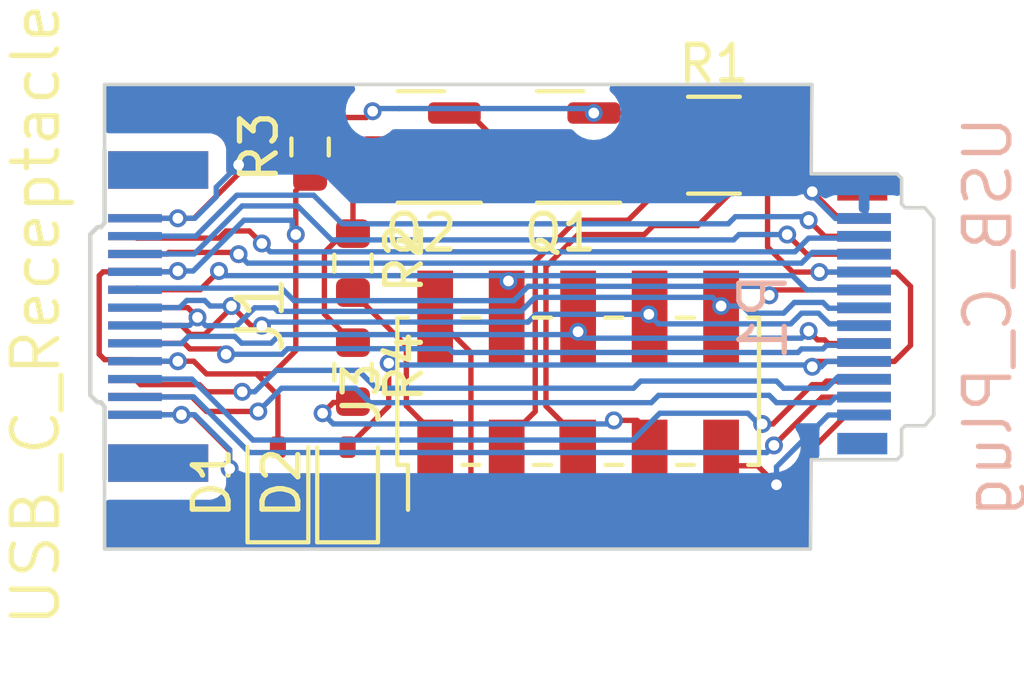
<source format=kicad_pcb>
(kicad_pcb (version 20221018) (generator pcbnew)
  (layers (0 "F.Cu" signal) (31 "B.Cu" signal) (34 "B.Paste" user) (35 "F.Paste" user) (36 "B.SilkS" user "B.Silkscreen") (37 "F.SilkS" user "F.Silkscreen") (38 "B.Mask" user) (39 "F.Mask" user) (44 "Edge.Cuts" user))
  (net 0 "")
  (net 1 "/EXT_PWR")
  (net 2 "/VBUS_SOCK")
  (net 3 "/VBUS_PLUG")
  (net 4 "GND")
  (net 5 "Net-(J1-TX1+)")
  (net 6 "Net-(J1-TX1-)")
  (net 7 "/DP")
  (net 8 "/DM")
  (net 9 "Net-(J1-SBU1)")
  (net 10 "Net-(J1-RX2-)")
  (net 11 "Net-(J1-RX2+)")
  (net 12 "Net-(J1-TX2+)")
  (net 13 "Net-(J1-TX2-)")
  (net 14 "/CC1")
  (net 15 "Net-(J1-SBU2)")
  (net 16 "Net-(J1-RX1-)")
  (net 17 "Net-(J1-RX1+)")
  (net 18 "Net-(J1-SHIELD)")
  (net 19 "/VBUS_R1")
  (net 20 "/LOADSW_CTRL")
  (net 21 "Net-(Q1-G)")
  (net 22 "Net-(Q1-D)")
  (net 23 "/CC2")
  (footprint "Resistor_SMD:R_0603_1608Metric" (layer "F.Cu") (at 86.95 51.55 -90)
    (fp_text reference "R4" (at -0.14425 -1.43 90) (layer "F.SilkS"))
    (fp_text value "10k")
    (fp_line (start -0.237258 -0.5225) (end 0.237258 -0.5225) (stroke (width 0.12)) (layer "F.SilkS"))
    (fp_line (start -0.237258 0.5225) (end 0.237258 0.5225) (stroke (width 0.12)) (layer "F.SilkS"))
    (pad "1" smd roundrect (at -0.825 0 270) (size 0.8 0.95) (layers "F.Cu" "F.Paste" "F.Mask") (net 21 "Net-(Q1-G)"))
    (pad "2" smd roundrect (at 0.825 0 270) (size 0.8 0.95) (layers "F.Cu" "F.Paste" "F.Mask") (net 20 "/LOADSW_CTRL"))
  )
  (footprint "Critbit_lib:918-418K2022E40001" (layer "F.Cu") (at 79.6 49.94425 -90)
    (fp_text reference "J1" (at 0 -4.7625 90) (layer "F.SilkS") (effects (font (size 1.27 1.27))))
    (fp_text value "USB_C_Receptacle" (at 0 1.52 90) (layer "F.SilkS") (effects (font (size 1.27 1.27))))
    (fp_line (start -2.577 -0.4) (end -4.6 -0.4) (stroke (width 0.127)) (layer "Edge.Cuts"))
    (fp_line (start -2.45 -0.3) (end -2.577 -0.4) (stroke (width 0.127)) (layer "Edge.Cuts"))
    (fp_line (start -2.45 -0.3) (end -2.45 -0.2) (stroke (width 0.127)) (layer "Edge.Cuts"))
    (fp_line (start -2.45 -0.2) (end -2.25 0) (stroke (width 0.127)) (layer "Edge.Cuts"))
    (fp_line (start 0 0) (end -2.25 0) (stroke (width 0.127)) (layer "Edge.Cuts"))
    (fp_line (start 0 0) (end 2.25 0) (stroke (width 0.127)) (layer "Edge.Cuts"))
    (fp_line (start 2.45 -0.3) (end 2.45 -0.2) (stroke (width 0.127)) (layer "Edge.Cuts"))
    (fp_line (start 2.45 -0.3) (end 2.577 -0.4) (stroke (width 0.127)) (layer "Edge.Cuts"))
    (fp_line (start 2.45 -0.2) (end 2.25 0) (stroke (width 0.127)) (layer "Edge.Cuts"))
    (fp_line (start 2.577 -0.4) (end 4.6 -0.4) (stroke (width 0.127)) (layer "Edge.Cuts"))
    (pad "A1" smd rect (at -2.7 -1.25 270) (size 0.23 1.5) (layers "F.Cu" "F.Paste" "F.Mask") (net 4 "GND"))
    (pad "A2" smd rect (at -2.2 -1.25 270) (size 0.23 1.5) (layers "F.Cu" "F.Paste" "F.Mask") (net 5 "Net-(J1-TX1+)"))
    (pad "A3" smd rect (at -1.7 -1.25 270) (size 0.23 1.5) (layers "F.Cu" "F.Paste" "F.Mask") (net 6 "Net-(J1-TX1-)"))
    (pad "A4" smd rect (at -1.2 -1.25 270) (size 0.23 1.5) (layers "F.Cu" "F.Paste" "F.Mask") (net 2 "/VBUS_SOCK"))
    (pad "A5" smd rect (at -0.7 -1.25 270) (size 0.23 1.5) (layers "F.Cu" "F.Paste" "F.Mask") (net 14 "/CC1"))
    (pad "A6" smd rect (at -0.2 -1.25 270) (size 0.23 1.5) (layers "F.Cu" "F.Paste" "F.Mask") (net 7 "/DP"))
    (pad "A7" smd rect (at 0.3 -1.25 270) (size 0.23 1.5) (layers "F.Cu" "F.Paste" "F.Mask") (net 8 "/DM"))
    (pad "A8" smd rect (at 0.8 -1.25 270) (size 0.23 1.5) (layers "F.Cu" "F.Paste" "F.Mask") (net 9 "Net-(J1-SBU1)"))
    (pad "A9" smd rect (at 1.3 -1.25 270) (size 0.23 1.5) (layers "F.Cu" "F.Paste" "F.Mask") (net 2 "/VBUS_SOCK"))
    (pad "A10" smd rect (at 1.8 -1.25 270) (size 0.23 1.5) (layers "F.Cu" "F.Paste" "F.Mask") (net 10 "Net-(J1-RX2-)"))
    (pad "A11" smd rect (at 2.3 -1.25 270) (size 0.23 1.5) (layers "F.Cu" "F.Paste" "F.Mask") (net 11 "Net-(J1-RX2+)"))
    (pad "A12" smd rect (at 2.8 -1.25 270) (size 0.23 1.5) (layers "F.Cu" "F.Paste" "F.Mask") (net 4 "GND"))
    (pad "B1" smd rect (at 2.8 -1.25 270) (size 0.23 1.5) (layers "B.Cu" "B.Paste" "B.Mask") (net 4 "GND"))
    (pad "B2" smd rect (at 2.3 -1.25 270) (size 0.23 1.5) (layers "B.Cu" "B.Paste" "B.Mask") (net 12 "Net-(J1-TX2+)"))
    (pad "B3" smd rect (at 1.8 -1.25 270) (size 0.23 1.5) (layers "B.Cu" "B.Paste" "B.Mask") (net 13 "Net-(J1-TX2-)"))
    (pad "B4" smd rect (at 1.3 -1.25 270) (size 0.23 1.5) (layers "B.Cu" "B.Paste" "B.Mask") (net 2 "/VBUS_SOCK"))
    (pad "B5" smd rect (at 0.8 -1.25 270) (size 0.23 1.5) (layers "B.Cu" "B.Paste" "B.Mask") (net 23 "/CC2"))
    (pad "B6" smd rect (at 0.3 -1.25 270) (size 0.23 1.5) (layers "B.Cu" "B.Paste" "B.Mask") (net 7 "/DP"))
    (pad "B7" smd rect (at -0.2 -1.25 270) (size 0.23 1.5) (layers "B.Cu" "B.Paste" "B.Mask") (net 8 "/DM"))
    (pad "B8" smd rect (at -0.7 -1.25 270) (size 0.23 1.5) (layers "B.Cu" "B.Paste" "B.Mask") (net 15 "Net-(J1-SBU2)"))
    (pad "B9" smd rect (at -1.2 -1.25 270) (size 0.23 1.5) (layers "B.Cu" "B.Paste" "B.Mask") (net 2 "/VBUS_SOCK"))
    (pad "B10" smd rect (at -1.7 -1.25 270) (size 0.23 1.5) (layers "B.Cu" "B.Paste" "B.Mask") (net 16 "Net-(J1-RX1-)"))
    (pad "B11" smd rect (at -2.2 -1.25 270) (size 0.23 1.5) (layers "B.Cu" "B.Paste" "B.Mask") (net 17 "Net-(J1-RX1+)"))
    (pad "B12" smd rect (at -2.7 -1.25 270) (size 0.23 1.5) (layers "B.Cu" "B.Paste" "B.Mask") (net 4 "GND"))
    (pad "S1" smd rect (at -4.05 -1.9 270) (size 1.05 2.8) (layers "F.Cu" "F.Paste" "F.Mask") (net 18 "Net-(J1-SHIELD)"))
    (pad "S1" smd rect (at -4.05 -1.9 270) (size 1.05 2.8) (layers "B.Cu" "B.Paste" "B.Mask") (net 18 "Net-(J1-SHIELD)"))
    (pad "S1" smd rect (at 4.15 -1.9 270) (size 1.05 2.8) (layers "F.Cu" "F.Paste" "F.Mask") (net 18 "Net-(J1-SHIELD)"))
    (pad "S1" smd rect (at 4.15 -1.9 270) (size 1.05 2.8) (layers "B.Cu" "B.Paste" "B.Mask") (net 18 "Net-(J1-SHIELD)"))
  )
  (footprint "Resistor_SMD:R_1210_3225Metric" (layer "F.Cu") (at 97.05 45.2)
    (fp_text reference "R1" (at 0 -2.28) (layer "F.SilkS"))
    (fp_text value "10mR")
    (fp_line (start -0.723737 -1.355) (end 0.723737 -1.355) (stroke (width 0.12)) (layer "F.SilkS"))
    (fp_line (start -0.723737 1.355) (end 0.723737 1.355) (stroke (width 0.12)) (layer "F.SilkS"))
    (pad "1" smd roundrect (at -1.4625 0) (size 1.125 2.65) (layers "F.Cu" "F.Paste" "F.Mask") (roundrect_rratio 0.222222) (net 19 "/VBUS_R1"))
    (pad "2" smd roundrect (at 1.4625 0) (size 1.125 2.65) (layers "F.Cu" "F.Paste" "F.Mask") (roundrect_rratio 0.222222) (net 3 "/VBUS_PLUG"))
  )
  (footprint "Package_TO_SOT_SMD:SOT-23" (layer "F.Cu") (at 88.85 45.25 180)
    (fp_text reference "Q2" (at 0 -2.4) (layer "F.SilkS"))
    (fp_text value "AO3401A")
    (fp_line (start 0 -1.56) (end -1.675 -1.56) (stroke (width 0.12)) (layer "F.SilkS"))
    (fp_line (start 0 -1.56) (end 0.65 -1.56) (stroke (width 0.12)) (layer "F.SilkS"))
    (fp_line (start 0 1.56) (end -0.65 1.56) (stroke (width 0.12)) (layer "F.SilkS"))
    (fp_line (start 0 1.56) (end 0.65 1.56) (stroke (width 0.12)) (layer "F.SilkS"))
    (pad "1" smd roundrect (at -0.9375 -0.95 180) (size 1.475 0.6) (layers "F.Cu" "F.Paste" "F.Mask") (net 21 "Net-(Q1-G)"))
    (pad "2" smd roundrect (at -0.9375 0.95 180) (size 1.475 0.6) (layers "F.Cu" "F.Paste" "F.Mask") (net 22 "Net-(Q1-D)"))
    (pad "3" smd roundrect (at 0.9375 0 180) (size 1.475 0.6) (layers "F.Cu" "F.Paste" "F.Mask") (net 2 "/VBUS_SOCK"))
  )
  (footprint "Resistor_SMD:R_0603_1608Metric" (layer "F.Cu") (at 85.75 45.25 90)
    (fp_text reference "R3" (at 0 -1.43 90) (layer "F.SilkS"))
    (fp_text value "0R")
    (fp_line (start -0.237258 -0.5225) (end 0.237258 -0.5225) (stroke (width 0.12)) (layer "F.SilkS"))
    (fp_line (start -0.237258 0.5225) (end 0.237258 0.5225) (stroke (width 0.12)) (layer "F.SilkS"))
    (pad "1" smd roundrect (at -0.825 0 90) (size 0.8 0.95) (layers "F.Cu" "F.Paste" "F.Mask") (net 2 "/VBUS_SOCK"))
    (pad "2" smd roundrect (at 0.825 0 90) (size 0.8 0.95) (layers "F.Cu" "F.Paste" "F.Mask") (net 19 "/VBUS_R1"))
  )
  (footprint "Connector_PinHeader_2.00mm:PinHeader_2x05_P2.00mm_Vertical_SMD" (layer "F.Cu") (at 93.25 52.085 90)
    (fp_text reference "J3" (at -0.065 -6.06 90) (layer "F.SilkS"))
    (fp_text value "Conn_02x05_Odd_Even")
    (fp_line (start -3.315 -4.76) (end -2.06 -4.76) (stroke (width 0.12)) (layer "F.SilkS"))
    (fp_line (start -2.06 -5.06) (end -2.06 -4.76) (stroke (width 0.12)) (layer "F.SilkS"))
    (fp_line (start -2.06 -5.06) (end 2.06 -5.06) (stroke (width 0.12)) (layer "F.SilkS"))
    (fp_line (start -2.06 -3.24) (end -2.06 -2.76) (stroke (width 0.12)) (layer "F.SilkS"))
    (fp_line (start -2.06 -1.24) (end -2.06 -0.76) (stroke (width 0.12)) (layer "F.SilkS"))
    (fp_line (start -2.06 0.76) (end -2.06 1.24) (stroke (width 0.12)) (layer "F.SilkS"))
    (fp_line (start -2.06 2.76) (end -2.06 3.24) (stroke (width 0.12)) (layer "F.SilkS"))
    (fp_line (start -2.06 4.76) (end -2.06 5.06) (stroke (width 0.12)) (layer "F.SilkS"))
    (fp_line (start -2.06 5.06) (end 2.06 5.06) (stroke (width 0.12)) (layer "F.SilkS"))
    (fp_line (start 2.06 -5.06) (end 2.06 -4.76) (stroke (width 0.12)) (layer "F.SilkS"))
    (fp_line (start 2.06 -3.24) (end 2.06 -2.76) (stroke (width 0.12)) (layer "F.SilkS"))
    (fp_line (start 2.06 -1.24) (end 2.06 -0.76) (stroke (width 0.12)) (layer "F.SilkS"))
    (fp_line (start 2.06 0.76) (end 2.06 1.24) (stroke (width 0.12)) (layer "F.SilkS"))
    (fp_line (start 2.06 2.76) (end 2.06 3.24) (stroke (width 0.12)) (layer "F.SilkS"))
    (fp_line (start 2.06 4.76) (end 2.06 5.06) (stroke (width 0.12)) (layer "F.SilkS"))
    (pad "1" smd rect (at -2.085 -4 90) (size 2.58 1) (layers "F.Cu" "F.Paste" "F.Mask") (net 1 "/EXT_PWR"))
    (pad "2" smd rect (at 2.085 -4 90) (size 2.58 1) (layers "F.Cu" "F.Paste" "F.Mask") (net 4 "GND"))
    (pad "3" smd rect (at -2.085 -2 90) (size 2.58 1) (layers "F.Cu" "F.Paste" "F.Mask") (net 19 "/VBUS_R1"))
    (pad "4" smd rect (at 2.085 -2 90) (size 2.58 1) (layers "F.Cu" "F.Paste" "F.Mask") (net 14 "/CC1"))
    (pad "5" smd rect (at -2.085 0 90) (size 2.58 1) (layers "F.Cu" "F.Paste" "F.Mask") (net 3 "/VBUS_PLUG"))
    (pad "6" smd rect (at 2.085 0 90) (size 2.58 1) (layers "F.Cu" "F.Paste" "F.Mask") (net 23 "/CC2"))
    (pad "7" smd rect (at -2.085 2 90) (size 2.58 1) (layers "F.Cu" "F.Paste" "F.Mask") (net 20 "/LOADSW_CTRL"))
    (pad "8" smd rect (at 2.085 2 90) (size 2.58 1) (layers "F.Cu" "F.Paste" "F.Mask") (net 8 "/DM"))
    (pad "9" smd rect (at -2.085 4 90) (size 2.58 1) (layers "F.Cu" "F.Paste" "F.Mask") (net 4 "GND"))
    (pad "10" smd rect (at 2.085 4 90) (size 2.58 1) (layers "F.Cu" "F.Paste" "F.Mask") (net 7 "/DP"))
  )
  (footprint "Diode_SMD:D_SOD-323" (layer "F.Cu") (at 86.8 54.7 90)
    (fp_text reference "D2" (at 0.05575 -1.85 90) (layer "F.SilkS"))
    (fp_text value "1N5819WS")
    (fp_line (start -1.61 -0.85) (end -1.61 0.85) (stroke (width 0.12)) (layer "F.SilkS"))
    (fp_line (start -1.61 -0.85) (end 1.05 -0.85) (stroke (width 0.12)) (layer "F.SilkS"))
    (fp_line (start -1.61 0.85) (end 1.05 0.85) (stroke (width 0.12)) (layer "F.SilkS"))
    (pad "1" smd roundrect (at -1.05 0 90) (size 0.6 0.45) (layers "F.Cu" "F.Paste" "F.Mask") (net 1 "/EXT_PWR"))
    (pad "2" smd roundrect (at 1.05 0 90) (size 0.6 0.45) (layers "F.Cu" "F.Paste" "F.Mask") (net 3 "/VBUS_PLUG"))
  )
  (footprint "Resistor_SMD:R_0603_1608Metric" (layer "F.Cu") (at 86.95 48.5 -90)
    (fp_text reference "R2" (at -0.14425 -1.43 90) (layer "F.SilkS"))
    (fp_text value "10k")
    (fp_line (start -0.237258 -0.5225) (end 0.237258 -0.5225) (stroke (width 0.12)) (layer "F.SilkS"))
    (fp_line (start -0.237258 0.5225) (end 0.237258 0.5225) (stroke (width 0.12)) (layer "F.SilkS"))
    (pad "1" smd roundrect (at -0.825 0 270) (size 0.8 0.95) (layers "F.Cu" "F.Paste" "F.Mask") (net 21 "Net-(Q1-G)"))
    (pad "2" smd roundrect (at 0.825 0 270) (size 0.8 0.95) (layers "F.Cu" "F.Paste" "F.Mask") (net 1 "/EXT_PWR"))
  )
  (footprint "Diode_SMD:D_SOD-323" (layer "F.Cu") (at 84.85 54.7 90)
    (fp_text reference "D1" (at 0.05575 -1.85 90) (layer "F.SilkS"))
    (fp_text value "1N5819WS")
    (fp_line (start -1.61 -0.85) (end -1.61 0.85) (stroke (width 0.12)) (layer "F.SilkS"))
    (fp_line (start -1.61 -0.85) (end 1.05 -0.85) (stroke (width 0.12)) (layer "F.SilkS"))
    (fp_line (start -1.61 0.85) (end 1.05 0.85) (stroke (width 0.12)) (layer "F.SilkS"))
    (pad "1" smd roundrect (at -1.05 0 90) (size 0.6 0.45) (layers "F.Cu" "F.Paste" "F.Mask") (net 1 "/EXT_PWR"))
    (pad "2" smd roundrect (at 1.05 0 90) (size 0.6 0.45) (layers "F.Cu" "F.Paste" "F.Mask") (net 2 "/VBUS_SOCK"))
  )
  (footprint "Package_TO_SOT_SMD:SOT-23" (layer "F.Cu") (at 92.75 45.25 180)
    (fp_text reference "Q1" (at 0 -2.4) (layer "F.SilkS"))
    (fp_text value "AO3401A")
    (fp_line (start 0 -1.56) (end -1.675 -1.56) (stroke (width 0.12)) (layer "F.SilkS"))
    (fp_line (start 0 -1.56) (end 0.65 -1.56) (stroke (width 0.12)) (layer "F.SilkS"))
    (fp_line (start 0 1.56) (end -0.65 1.56) (stroke (width 0.12)) (layer "F.SilkS"))
    (fp_line (start 0 1.56) (end 0.65 1.56) (stroke (width 0.12)) (layer "F.SilkS"))
    (pad "1" smd roundrect (at -0.9375 -0.95 180) (size 1.475 0.6) (layers "F.Cu" "F.Paste" "F.Mask") (net 21 "Net-(Q1-G)"))
    (pad "2" smd roundrect (at -0.9375 0.95 180) (size 1.475 0.6) (layers "F.Cu" "F.Paste" "F.Mask") (net 19 "/VBUS_R1"))
    (pad "3" smd roundrect (at 0.9375 0 180) (size 1.475 0.6) (layers "F.Cu" "F.Paste" "F.Mask") (net 22 "Net-(Q1-D)"))
  )
  (footprint "Critbit_lib:U261-24XN-4BS60" (layer "B.Cu") (at 103.2 50 -90)
    (fp_text reference "P1" (at 0 4.7625 90) (layer "B.SilkS") (effects (font (size 1.27 1.27)) (justify mirror)))
    (fp_text value "USB_C_Plug" (at 0 -1.52 90) (layer "B.SilkS") (effects (font (size 1.27 1.27)) (justify mirror)))
    (fp_line (start -4 1.027) (end -4 3.429) (stroke (width 0.1)) (layer "Edge.Cuts"))
    (fp_line (start -3.873 0.9) (end -4 1.027) (stroke (width 0.1)) (layer "Edge.Cuts"))
    (fp_line (start -3.15 0.9) (end -3.873 0.9) (stroke (width 0.1)) (layer "Edge.Cuts"))
    (fp_line (start -3.05 0.25) (end -3.05 0.8) (stroke (width 0.1)) (layer "Edge.Cuts"))
    (fp_line (start -3.05 0.25) (end -2.751 0) (stroke (width 0.1)) (layer "Edge.Cuts"))
    (fp_line (start -3.05 0.8) (end -3.15 0.9) (stroke (width 0.1)) (layer "Edge.Cuts"))
    (fp_line (start -2.75 0) (end 0 0) (stroke (width 0.1)) (layer "Edge.Cuts"))
    (fp_line (start 2.75 0) (end 0 0) (stroke (width 0.1)) (layer "Edge.Cuts"))
    (fp_line (start 3.05 0.25) (end 2.751 0) (stroke (width 0.1)) (layer "Edge.Cuts"))
    (fp_line (start 3.05 0.25) (end 3.05 0.8) (stroke (width 0.1)) (layer "Edge.Cuts"))
    (fp_line (start 3.05 0.8) (end 3.15 0.9) (stroke (width 0.1)) (layer "Edge.Cuts"))
    (fp_line (start 3.15 0.9) (end 3.873 0.9) (stroke (width 0.1)) (layer "Edge.Cuts"))
    (fp_line (start 3.873 0.9) (end 4 1.027) (stroke (width 0.1)) (layer "Edge.Cuts"))
    (fp_line (start 4 1.027) (end 4 3.429) (stroke (width 0.1)) (layer "Edge.Cuts"))
    (pad "A1" smd rect (at -2.75 1.95 270) (size 0.3 1.5) (layers "B.Cu" "B.Paste" "B.Mask") (net 4 "GND"))
    (pad "A2" smd rect (at -2.25 1.95 270) (size 0.3 1.5) (layers "B.Cu" "B.Paste" "B.Mask") (net 5 "Net-(J1-TX1+)"))
    (pad "A3" smd rect (at -1.75 1.95 270) (size 0.3 1.5) (layers "B.Cu" "B.Paste" "B.Mask") (net 6 "Net-(J1-TX1-)"))
    (pad "A4" smd rect (at -1.25 1.95 270) (size 0.3 1.5) (layers "B.Cu" "B.Paste" "B.Mask") (net 3 "/VBUS_PLUG"))
    (pad "A5" smd rect (at -0.75 1.95 270) (size 0.3 1.5) (layers "B.Cu" "B.Paste" "B.Mask") (net 14 "/CC1"))
    (pad "A6" smd rect (at -0.25 1.95 270) (size 0.3 1.5) (layers "B.Cu" "B.Paste" "B.Mask") (net 7 "/DP"))
    (pad "A7" smd rect (at 0.25 1.95 270) (size 0.3 1.5) (layers "B.Cu" "B.Paste" "B.Mask") (net 8 "/DM"))
    (pad "A8" smd rect (at 0.75 1.95 270) (size 0.3 1.5) (layers "B.Cu" "B.Paste" "B.Mask") (net 9 "Net-(J1-SBU1)"))
    (pad "A9" smd rect (at 1.25 1.95 270) (size 0.3 1.5) (layers "B.Cu" "B.Paste" "B.Mask") (net 3 "/VBUS_PLUG"))
    (pad "A10" smd rect (at 1.75 1.95 270) (size 0.3 1.5) (layers "B.Cu" "B.Paste" "B.Mask") (net 10 "Net-(J1-RX2-)"))
    (pad "A11" smd rect (at 2.25 1.95 270) (size 0.3 1.5) (layers "B.Cu" "B.Paste" "B.Mask") (net 11 "Net-(J1-RX2+)"))
    (pad "A12" smd rect (at 2.75 1.95 270) (size 0.3 1.5) (layers "B.Cu" "B.Paste" "B.Mask") (net 4 "GND"))
    (pad "B1" smd rect (at 2.75 1.95 270) (size 0.3 1.5) (layers "F.Cu" "F.Paste" "F.Mask") (net 4 "GND"))
    (pad "B2" smd rect (at 2.25 1.95 270) (size 0.3 1.5) (layers "F.Cu" "F.Paste" "F.Mask") (net 12 "Net-(J1-TX2+)"))
    (pad "B3" smd rect (at 1.75 1.95 270) (size 0.3 1.5) (layers "F.Cu" "F.Paste" "F.Mask") (net 13 "Net-(J1-TX2-)"))
    (pad "B4" smd rect (at 1.25 1.95 270) (size 0.3 1.5) (layers "F.Cu" "F.Paste" "F.Mask") (net 3 "/VBUS_PLUG"))
    (pad "B5" smd rect (at 0.75 1.95 270) (size 0.3 1.5) (layers "F.Cu" "F.Paste" "F.Mask") (net 23 "/CC2"))
    (pad "B6" smd rect (at 0.25 1.95 270) (size 0.3 1.5) (layers "F.Cu" "F.Paste" "F.Mask"))
    (pad "B7" smd rect (at -0.25 1.95 270) (size 0.3 1.5) (layers "F.Cu" "F.Paste" "F.Mask"))
    (pad "B8" smd rect (at -0.75 1.95 270) (size 0.3 1.5) (layers "F.Cu" "F.Paste" "F.Mask") (net 15 "Net-(J1-SBU2)"))
    (pad "B9" smd rect (at -1.25 1.95 270) (size 0.3 1.5) (layers "F.Cu" "F.Paste" "F.Mask") (net 3 "/VBUS_PLUG"))
    (pad "B10" smd rect (at -1.75 1.95 270) (size 0.3 1.5) (layers "F.Cu" "F.Paste" "F.Mask") (net 16 "Net-(J1-RX1-)"))
    (pad "B11" smd rect (at -2.25 1.95 270) (size 0.3 1.5) (layers "F.Cu" "F.Paste" "F.Mask") (net 17 "Net-(J1-RX1+)"))
    (pad "B12" smd rect (at -2.75 1.95 270) (size 0.3 1.5) (layers "F.Cu" "F.Paste" "F.Mask") (net 4 "GND"))
    (pad "S1" smd rect (at -3.55 2 270) (size 0.6 1.4) (layers "F.Cu" "F.Paste" "F.Mask") (net 18 "Net-(J1-SHIELD)"))
    (pad "S1" smd rect (at 3.55 2 270) (size 0.6 1.4) (layers "B.Cu" "B.Paste" "B.Mask") (net 18 "Net-(J1-SHIELD)"))
  )
  (gr_line (start 80 56.5) (end 99.75 56.5) (stroke (width 0.1)) (layer "Edge.Cuts"))
  (gr_line (start 99.771 54) (end 99.75 56.5) (stroke (width 0.1)) (layer "Edge.Cuts"))
  (gr_line (start 99.792 43.5) (end 80 43.5) (stroke (width 0.1)) (layer "Edge.Cuts"))
  (gr_line (start 99.771 46) (end 99.792 43.5) (stroke (width 0.1)) (layer "Edge.Cuts"))
  (gr_line (start 80 54.54425) (end 80 56.5) (stroke (width 0.1)) (layer "Edge.Cuts"))
  (gr_line (start 80 45.34425) (end 80 43.5) (stroke (width 0.1)) (layer "Edge.Cuts"))
  (segment (start 89.25 54.17) (end 89.25 53.3) (width 0.15) (layer "F.Cu") (net 1))
  (segment (start 89.25 53.3) (end 88.443163 52.493163) (width 0.15) (layer "F.Cu") (net 1))
  (segment (start 86.8 55.75) (end 87.67 55.75) (width 0.15) (layer "F.Cu") (net 1))
  (segment (start 87.67 55.75) (end 89.25 54.17) (width 0.15) (layer "F.Cu") (net 1))
  (segment (start 88.443163 52.493163) (end 88.443163 50.818163) (width 0.15) (layer "F.Cu") (net 1))
  (segment (start 88.443163 50.818163) (end 86.95 49.325) (width 0.15) (layer "F.Cu") (net 1))
  (segment (start 84.85 55.75) (end 86.8 55.75) (width 0.15) (layer "F.Cu") (net 1))
  (segment (start 80.85 48.74425) (end 82.0255 48.74425) (width 0.15) (layer "F.Cu") (net 2))
  (segment (start 82.0255 48.74425) (end 82.05 48.71975) (width 0.15) (layer "F.Cu") (net 2))
  (segment (start 80 51.2) (end 80.80575 51.2) (width 0.15) (layer "F.Cu") (net 2))
  (segment (start 84.25 51.6) (end 84.7 51.6) (width 0.15) (layer "F.Cu") (net 2))
  (segment (start 82.85 51.6) (end 84.25 51.6) (width 0.15) (layer "F.Cu") (net 2))
  (segment (start 82.49425 51.24425) (end 82.85 51.6) (width 0.15) (layer "F.Cu") (net 2))
  (segment (start 79.95575 48.74425) (end 79.85 48.85) (width 0.15) (layer "F.Cu") (net 2))
  (segment (start 80.80575 51.2) (end 80.85 51.24425) (width 0.15) (layer "F.Cu") (net 2))
  (segment (start 85.35 46.475) (end 85.35 47.7) (width 0.15) (layer "F.Cu") (net 2))
  (segment (start 84.7 51.6) (end 85.35 50.95) (width 0.15) (layer "F.Cu") (net 2))
  (segment (start 85.925 46.075) (end 85.75 46.075) (width 0.15) (layer "F.Cu") (net 2))
  (segment (start 80.85 51.24425) (end 82.05 51.24425) (width 0.15) (layer "F.Cu") (net 2))
  (segment (start 80.85 48.74425) (end 79.95575 48.74425) (width 0.15) (layer "F.Cu") (net 2))
  (segment (start 84.85 52.2) (end 84.85 53.65) (width 0.15) (layer "F.Cu") (net 2))
  (segment (start 86.75 45.25) (end 85.925 46.075) (width 0.15) (layer "F.Cu") (net 2))
  (segment (start 79.85 48.85) (end 79.85 51.05) (width 0.15) (layer "F.Cu") (net 2))
  (segment (start 82.05 51.24425) (end 82.49425 51.24425) (width 0.15) (layer "F.Cu") (net 2))
  (segment (start 84.25 51.6) (end 84.85 52.2) (width 0.15) (layer "F.Cu") (net 2))
  (segment (start 79.85 51.05) (end 80 51.2) (width 0.15) (layer "F.Cu") (net 2))
  (segment (start 85.75 46.075) (end 85.35 46.475) (width 0.15) (layer "F.Cu") (net 2))
  (segment (start 87.9125 45.25) (end 86.75 45.25) (width 0.15) (layer "F.Cu") (net 2))
  (segment (start 85.35 50.95) (end 85.35 47.7) (width 0.15) (layer "F.Cu") (net 2))
  (via (at 82.05 51.24425) (size 0.5) (drill 0.3) (layers "F.Cu" "B.Cu") (net 2))
  (via (at 82.05 48.71975) (size 0.5) (drill 0.3) (layers "F.Cu" "B.Cu") (net 2))
  (via (at 85.35 47.7) (size 0.5) (drill 0.3) (layers "F.Cu" "B.Cu") (net 2))
  (segment (start 82.0255 48.74425) (end 82.05 48.71975) (width 0.15) (layer "B.Cu") (net 2))
  (segment (start 85.25 47.3) (end 85.25 47.6) (width 0.15) (layer "B.Cu") (net 2))
  (segment (start 82.48025 48.71975) (end 83.9 47.3) (width 0.15) (layer "B.Cu") (net 2))
  (segment (start 82.05 48.71975) (end 82.48025 48.71975) (width 0.15) (layer "B.Cu") (net 2))
  (segment (start 80.85 51.24425) (end 82.05 51.24425) (width 0.15) (layer "B.Cu") (net 2))
  (segment (start 85.25 47.6) (end 85.35 47.7) (width 0.15) (layer "B.Cu") (net 2))
  (segment (start 83.9 47.3) (end 85.25 47.3) (width 0.15) (layer "B.Cu") (net 2))
  (segment (start 80.85 48.74425) (end 82.0255 48.74425) (width 0.15) (layer "B.Cu") (net 2))
  (segment (start 99.25 48.75) (end 100 48.75) (width 0.15) (layer "F.Cu") (net 3))
  (segment (start 100 48.75) (end 101.25 48.75) (width 0.15) (layer "F.Cu") (net 3))
  (segment (start 92.8 52.95) (end 92.35 52.5) (width 0.15) (layer "F.Cu") (net 3))
  (segment (start 87.95 52.5) (end 86.8 53.65) (width 0.15) (layer "F.Cu") (net 3))
  (segment (start 92.8 53.72) (end 92.8 52.95) (width 0.15) (layer "F.Cu") (net 3))
  (segment (start 95.1 47.7) (end 95.35 47.45) (width 0.15) (layer "F.Cu") (net 3))
  (segment (start 98.55 48.05) (end 99.25 48.75) (width 0.15) (layer "F.Cu") (net 3))
  (segment (start 96.6 47.45) (end 98.5125 45.5375) (width 0.15) (layer "F.Cu") (net 3))
  (segment (start 92.35 52.5) (end 92.35 48.6) (width 0.15) (layer "F.Cu") (net 3))
  (segment (start 93.25 47.7) (end 95.1 47.7) (width 0.15) (layer "F.Cu") (net 3))
  (segment (start 102.55 50.8) (end 102.55 49.15) (width 0.15) (layer "F.Cu") (net 3))
  (segment (start 102.55 49.15) (end 102.15 48.75) (width 0.15) (layer "F.Cu") (net 3))
  (segment (start 101.25 51.25) (end 102.1 51.25) (width 0.15) (layer "F.Cu") (net 3))
  (segment (start 95.35 47.45) (end 96.6 47.45) (width 0.15) (layer "F.Cu") (net 3))
  (segment (start 92.35 48.6) (end 93.25 47.7) (width 0.15) (layer "F.Cu") (net 3))
  (segment (start 99.95 51.25) (end 101.25 51.25) (width 0.15) (layer "F.Cu") (net 3))
  (segment (start 93.25 54.17) (end 92.8 53.72) (width 0.15) (layer "F.Cu") (net 3))
  (segment (start 99.8 51.4) (end 99.95 51.25) (width 0.15) (layer "F.Cu") (net 3))
  (segment (start 98.5125 45.5375) (end 98.5125 45.2) (width 0.15) (layer "F.Cu") (net 3))
  (segment (start 98.55 45.2375) (end 98.55 48.05) (width 0.15) (layer "F.Cu") (net 3))
  (segment (start 102.15 48.75) (end 101.25 48.75) (width 0.15) (layer "F.Cu") (net 3))
  (segment (start 98.5125 45.2) (end 98.55 45.2375) (width 0.15) (layer "F.Cu") (net 3))
  (segment (start 102.1 51.25) (end 102.55 50.8) (width 0.15) (layer "F.Cu") (net 3))
  (segment (start 87.95 51.3) (end 87.95 52.5) (width 0.15) (layer "F.Cu") (net 3))
  (via (at 87.95 51.3) (size 0.5) (drill 0.3) (layers "F.Cu" "B.Cu") (net 3))
  (via (at 99.8 51.4) (size 0.5) (drill 0.3) (layers "F.Cu" "B.Cu") (net 3))
  (via (at 100 48.75) (size 0.5) (drill 0.3) (layers "F.Cu" "B.Cu") (net 3))
  (segment (start 88 51.35) (end 87.95 51.3) (width 0.15) (layer "B.Cu") (net 3))
  (segment (start 99.8 51.4) (end 100.05 51.4) (width 0.15) (layer "B.Cu") (net 3))
  (segment (start 99.75 51.35) (end 88 51.35) (width 0.15) (layer "B.Cu") (net 3))
  (segment (start 99.8 51.4) (end 99.75 51.35) (width 0.15) (layer "B.Cu") (net 3))
  (segment (start 101.25 48.75) (end 100 48.75) (width 0.15) (layer "B.Cu") (net 3))
  (segment (start 100.2 51.25) (end 101.25 51.25) (width 0.15) (layer "B.Cu") (net 3))
  (segment (start 100.05 51.4) (end 100.2 51.25) (width 0.15) (layer "B.Cu") (net 3))
  (segment (start 96.5 56) (end 97.25 55.25) (width 0.15) (layer "F.Cu") (net 4))
  (segment (start 97.25 55.25) (end 97.25 54.17) (width 0.15) (layer "F.Cu") (net 4))
  (segment (start 83.75 46) (end 83.75 45.75) (width 0.15) (layer "F.Cu") (net 4))
  (segment (start 83.5 46.25) (end 83.75 46) (width 0.15) (layer "F.Cu") (net 4))
  (segment (start 98.8 54.7) (end 98.27 54.17) (width 0.15) (layer "F.Cu") (net 4))
  (segment (start 80.85 47.24425) (end 82.05 47.24425) (width 0.15) (layer "F.Cu") (net 4))
  (segment (start 90.25 51) (end 90.25 55.5) (width 0.15) (layer "F.Cu") (net 4))
  (segment (start 101.2 47.2) (end 100.5 47.2) (width 0.15) (layer "F.Cu") (net 4))
  (segment (start 82.05 47.24425) (end 82.50575 47.24425) (width 0.15) (layer "F.Cu") (net 4))
  (segment (start 100.75 52.75) (end 101.25 52.75) (width 0.15) (layer "F.Cu") (net 4))
  (segment (start 82.15 52.74425) (end 82.49425 52.74425) (width 0.15) (layer "F.Cu") (net 4))
  (segment (start 90.25 55.5) (end 90.75 56) (width 0.15) (layer "F.Cu") (net 4))
  (segment (start 82.49425 52.74425) (end 83.25 53.5) (width 0.15) (layer "F.Cu") (net 4))
  (segment (start 83.25 53.5) (end 83.5 53.75) (width 0.15) (layer "F.Cu") (net 4))
  (segment (start 98.8 54.7) (end 100.75 52.75) (width 0.15) (layer "F.Cu") (net 4))
  (segment (start 83.5 53.75) (end 83.5 54.25) (width 0.15) (layer "F.Cu") (net 4))
  (segment (start 100.5 47.2) (end 99.8 46.5) (width 0.15) (layer "F.Cu") (net 4))
  (segment (start 101.25 47.25) (end 101.2 47.2) (width 0.15) (layer "F.Cu") (net 4))
  (segment (start 80.85 52.74425) (end 82.15 52.74425) (width 0.15) (layer "F.Cu") (net 4))
  (segment (start 89.25 50) (end 90.25 51) (width 0.15) (layer "F.Cu") (net 4))
  (segment (start 90.75 56) (end 96.5 56) (width 0.15) (layer "F.Cu") (net 4))
  (segment (start 82.50575 47.24425) (end 83.5 46.25) (width 0.15) (layer "F.Cu") (net 4))
  (segment (start 98.27 54.17) (end 97.25 54.17) (width 0.15) (layer "F.Cu") (net 4))
  (via (at 83.5 54.25) (size 0.5) (drill 0.3) (layers "F.Cu" "B.Cu") (net 4))
  (via (at 98.8 54.7) (size 0.5) (drill 0.3) (layers "F.Cu" "B.Cu") (net 4))
  (via (at 83.75 45.75) (size 0.5) (drill 0.3) (layers "F.Cu" "B.Cu") (net 4))
  (via (at 99.8 46.5) (size 0.5) (drill 0.3) (layers "F.Cu" "B.Cu") (net 4))
  (via (at 82.15 52.74425) (size 0.5) (drill 0.3) (layers "F.Cu" "B.Cu") (net 4))
  (via (at 82.05 47.24425) (size 0.5) (drill 0.3) (layers "F.Cu" "B.Cu") (net 4))
  (segment (start 100.25 52.75) (end 101.25 52.75) (width 0.15) (layer "B.Cu") (net 4))
  (segment (start 83.125 46.64425) (end 83.125 46.375) (width 0.15) (layer "B.Cu") (net 4))
  (segment (start 99.7 46.5) (end 99 46.5) (width 0.15) (layer "B.Cu") (net 4))
  (segment (start 80.85 47.24425) (end 82.525 47.24425) (width 0.15) (layer "B.Cu") (net 4))
  (segment (start 83.125 46.375) (end 83.75 45.75) (width 0.15) (layer "B.Cu") (net 4))
  (segment (start 98.8 54.2) (end 100.25 52.75) (width 0.15) (layer "B.Cu") (net 4))
  (segment (start 82.525 52.74425) (end 83.5 53.71925) (width 0.15) (layer "B.Cu") (net 4))
  (segment (start 99 46.5) (end 98.8 46.3) (width 0.15) (layer "B.Cu") (net 4))
  (segment (start 101.3 47.2) (end 101.3 46.3) (width 0.15) (layer "B.Cu") (net 4))
  (segment (start 82.525 47.24425) (end 83.125 46.64425) (width 0.15) (layer "B.Cu") (net 4))
  (segment (start 80.85 52.74425) (end 82.525 52.74425) (width 0.15) (layer "B.Cu") (net 4))
  (segment (start 100.45 47.25) (end 99.7 46.5) (width 0.15) (layer "B.Cu") (net 4))
  (segment (start 98.8 54.7) (end 98.8 54.2) (width 0.15) (layer "B.Cu") (net 4))
  (segment (start 83.5 53.71925) (end 83.5 54.25) (width 0.15) (layer "B.Cu") (net 4))
  (segment (start 101.25 47.25) (end 100.45 47.25) (width 0.15) (layer "B.Cu") (net 4))
  (segment (start 101.25 47.25) (end 101.3 47.2) (width 0.15) (layer "B.Cu") (net 4))
  (segment (start 83.2 47.8) (end 83.4 47.6) (width 0.15) (layer "F.Cu") (net 5))
  (segment (start 83.4 47.6) (end 84.05 47.6) (width 0.15) (layer "F.Cu") (net 5))
  (segment (start 80.85 47.74425) (end 80.90575 47.8) (width 0.15) (layer "F.Cu") (net 5))
  (segment (start 84.05 47.6) (end 84.4 47.95) (width 0.15) (layer "F.Cu") (net 5))
  (segment (start 80.90575 47.8) (end 83.2 47.8) (width 0.15) (layer "F.Cu") (net 5))
  (via (at 84.4 47.95) (size 0.5) (drill 0.3) (layers "F.Cu" "B.Cu") (net 5))
  (segment (start 84.4 47.95) (end 84.633568 48.183568) (width 0.15) (layer "B.Cu") (net 5))
  (segment (start 84.633568 48.183568) (end 99.316432 48.183568) (width 0.15) (layer "B.Cu") (net 5))
  (segment (start 99.7 47.8) (end 101.2 47.8) (width 0.15) (layer "B.Cu") (net 5))
  (segment (start 99.316432 48.183568) (end 99.7 47.8) (width 0.15) (layer "B.Cu") (net 5))
  (segment (start 101.2 47.8) (end 101.25 47.75) (width 0.15) (layer "B.Cu") (net 5))
  (segment (start 81.8 48.2) (end 81.75575 48.24425) (width 0.15) (layer "F.Cu") (net 6))
  (segment (start 83.7 48.2) (end 81.8 48.2) (width 0.15) (layer "F.Cu") (net 6))
  (segment (start 83.75 48.25) (end 83.7 48.2) (width 0.15) (layer "F.Cu") (net 6))
  (segment (start 81.75575 48.24425) (end 80.85 48.24425) (width 0.15) (layer "F.Cu") (net 6))
  (via (at 83.75 48.25) (size 0.5) (drill 0.3) (layers "F.Cu" "B.Cu") (net 6))
  (segment (start 99.8 48.2) (end 101.2 48.2) (width 0.15) (layer "B.Cu") (net 6))
  (segment (start 84 48.5) (end 99.5 48.5) (width 0.15) (layer "B.Cu") (net 6))
  (segment (start 101.2 48.2) (end 101.25 48.25) (width 0.15) (layer "B.Cu") (net 6))
  (segment (start 83.75 48.25) (end 84 48.5) (width 0.15) (layer "B.Cu") (net 6))
  (segment (start 99.5 48.5) (end 99.8 48.2) (width 0.15) (layer "B.Cu") (net 6))
  (segment (start 82.32555 49.74425) (end 82.60005 50.01875) (width 0.15) (layer "F.Cu") (net 7))
  (segment (start 80.85 49.74425) (end 82.32555 49.74425) (width 0.15) (layer "F.Cu") (net 7))
  (segment (start 97.25 49.7) (end 97.25 50) (width 0.15) (layer "F.Cu") (net 7))
  (via (at 97.25 49.7) (size 0.5) (drill 0.3) (layers "F.Cu" "B.Cu") (net 7))
  (via (at 82.60005 50.01875) (size 0.5) (drill 0.3) (layers "F.Cu" "B.Cu") (net 7))
  (segment (start 97.25 49.7) (end 97.85 49.7) (width 0.15) (layer "B.Cu") (net 7))
  (segment (start 84.85 49.85) (end 84.75 49.75) (width 0.15) (layer "B.Cu") (net 7))
  (segment (start 83.7 50.25) (end 82.8313 50.25) (width 0.15) (layer "B.Cu") (net 7))
  (segment (start 80.85 50.24425) (end 82.37455 50.24425) (width 0.15) (layer "B.Cu") (net 7))
  (segment (start 99.3 49.6) (end 100.1 49.6) (width 0.15) (layer "B.Cu") (net 7))
  (segment (start 82.8313 50.25) (end 82.60005 50.01875) (width 0.15) (layer "B.Cu") (net 7))
  (segment (start 92.042756 49.457244) (end 91.65 49.85) (width 0.15) (layer "B.Cu") (net 7))
  (segment (start 97.85 49.7) (end 98.05 49.9) (width 0.15) (layer "B.Cu") (net 7))
  (segment (start 84.2 49.75) (end 83.7 50.25) (width 0.15) (layer "B.Cu") (net 7))
  (segment (start 100.262617 49.762617) (end 101.237383 49.762617) (width 0.15) (layer "B.Cu") (net 7))
  (segment (start 99 49.9) (end 99.3 49.6) (width 0.15) (layer "B.Cu") (net 7))
  (segment (start 98.05 49.9) (end 99 49.9) (width 0.15) (layer "B.Cu") (net 7))
  (segment (start 100.1 49.6) (end 100.262617 49.762617) (width 0.15) (layer "B.Cu") (net 7))
  (segment (start 101.237383 49.762617) (end 101.25 49.75) (width 0.15) (layer "B.Cu") (net 7))
  (segment (start 82.37455 50.24425) (end 82.60005 50.01875) (width 0.15) (layer "B.Cu") (net 7))
  (segment (start 97.007244 49.457244) (end 92.042756 49.457244) (width 0.15) (layer "B.Cu") (net 7))
  (segment (start 97.25 49.7) (end 97.007244 49.457244) (width 0.15) (layer "B.Cu") (net 7))
  (segment (start 91.65 49.85) (end 84.85 49.85) (width 0.15) (layer "B.Cu") (net 7))
  (segment (start 84.75 49.75) (end 84.2 49.75) (width 0.15) (layer "B.Cu") (net 7))
  (segment (start 82.154505 50.24425) (end 80.85 50.24425) (width 0.15) (layer "F.Cu") (net 8))
  (segment (start 83.55 49.75) (end 82.80575 50.49425) (width 0.15) (layer "F.Cu") (net 8))
  (segment (start 84.4 50.25) (end 84.1 50.25) (width 0.15) (layer "F.Cu") (net 8))
  (segment (start 95.228123 49.978123) (end 95.25 50) (width 0.15) (layer "F.Cu") (net 8))
  (segment (start 84.1 50.25) (end 83.55 49.7) (width 0.15) (layer "F.Cu") (net 8))
  (segment (start 82.404505 50.49425) (end 82.154505 50.24425) (width 0.15) (layer "F.Cu") (net 8))
  (segment (start 83.55 49.7) (end 83.55 49.75) (width 0.15) (layer "F.Cu") (net 8))
  (segment (start 95.228123 49.932341) (end 95.228123 49.978123) (width 0.15) (layer "F.Cu") (net 8))
  (segment (start 82.80575 50.49425) (end 82.404505 50.49425) (width 0.15) (layer "F.Cu") (net 8))
  (via (at 95.228123 49.932341) (size 0.5) (drill 0.3) (layers "F.Cu" "B.Cu") (net 8))
  (via (at 84.4 50.25) (size 0.5) (drill 0.3) (layers "F.Cu" "B.Cu") (net 8))
  (via (at 83.55 49.7) (size 0.5) (drill 0.3) (layers "F.Cu" "B.Cu") (net 8))
  (segment (start 84.5 50.15) (end 84.4 50.25) (width 0.15) (layer "B.Cu") (net 8))
  (segment (start 95.495782 50.2) (end 99.2 50.2) (width 0.15) (layer "B.Cu") (net 8))
  (segment (start 91.85 50.15) (end 84.5 50.15) (width 0.15) (layer "B.Cu") (net 8))
  (segment (start 100.275736 50.2) (end 101.2 50.2) (width 0.15) (layer "B.Cu") (net 8))
  (segment (start 95.228123 49.932341) (end 95.495782 50.2) (width 0.15) (layer "B.Cu") (net 8))
  (segment (start 83.55 49.7) (end 82.95575 49.7) (width 0.15) (layer "B.Cu") (net 8))
  (segment (start 92.067659 49.932341) (end 91.85 50.15) (width 0.15) (layer "B.Cu") (net 8))
  (segment (start 101.2 50.2) (end 101.25 50.25) (width 0.15) (layer "B.Cu") (net 8))
  (segment (start 95.228123 49.932341) (end 92.067659 49.932341) (width 0.15) (layer "B.Cu") (net 8))
  (segment (start 99.975736 49.9) (end 100.275736 50.2) (width 0.15) (layer "B.Cu") (net 8))
  (segment (start 82.8 49.54425) (end 82.3 49.54425) (width 0.15) (layer "B.Cu") (net 8))
  (segment (start 82.1 49.74425) (end 80.85 49.74425) (width 0.15) (layer "B.Cu") (net 8))
  (segment (start 82.95575 49.7) (end 82.8 49.54425) (width 0.15) (layer "B.Cu") (net 8))
  (segment (start 99.2 50.2) (end 99.5 49.9) (width 0.15) (layer "B.Cu") (net 8))
  (segment (start 82.3 49.54425) (end 82.1 49.74425) (width 0.15) (layer "B.Cu") (net 8))
  (segment (start 99.5 49.9) (end 99.975736 49.9) (width 0.15) (layer "B.Cu") (net 8))
  (segment (start 82.386697 50.9) (end 82.230947 50.74425) (width 0.15) (layer "F.Cu") (net 9))
  (segment (start 83.25 50.9) (end 82.386697 50.9) (width 0.15) (layer "F.Cu") (net 9))
  (segment (start 82.230947 50.74425) (end 80.85 50.74425) (width 0.15) (layer "F.Cu") (net 9))
  (segment (start 83.4 51.05) (end 83.25 50.9) (width 0.15) (layer "F.Cu") (net 9))
  (via (at 83.4 51.05) (size 0.5) (drill 0.3) (layers "F.Cu" "B.Cu") (net 9))
  (segment (start 85.121045 50.89425) (end 84.965295 51.05) (width 0.15) (layer "B.Cu") (net 9))
  (segment (start 101.2 50.8) (end 100.2 50.8) (width 0.15) (layer "B.Cu") (net 9))
  (segment (start 99.4 51) (end 89.75 51) (width 0.15) (layer "B.Cu") (net 9))
  (segment (start 100.2 50.8) (end 100.1 50.9) (width 0.15) (layer "B.Cu") (net 9))
  (segment (start 89.75 51) (end 89.64425 50.89425) (width 0.15) (layer "B.Cu") (net 9))
  (segment (start 99.5 50.9) (end 99.4 51) (width 0.15) (layer "B.Cu") (net 9))
  (segment (start 84.965295 51.05) (end 83.4 51.05) (width 0.15) (layer "B.Cu") (net 9))
  (segment (start 101.25 50.75) (end 101.2 50.8) (width 0.15) (layer "B.Cu") (net 9))
  (segment (start 89.64425 50.89425) (end 85.121045 50.89425) (width 0.15) (layer "B.Cu") (net 9))
  (segment (start 100.1 50.9) (end 99.5 50.9) (width 0.15) (layer "B.Cu") (net 9))
  (segment (start 82.85 52.1) (end 82.65 51.9) (width 0.15) (layer "F.Cu") (net 10))
  (segment (start 82.65 51.9) (end 81.00575 51.9) (width 0.15) (layer "F.Cu") (net 10))
  (segment (start 81.00575 51.9) (end 80.85 51.74425) (width 0.15) (layer "F.Cu") (net 10))
  (segment (start 83.85 52.1) (end 82.85 52.1) (width 0.15) (layer "F.Cu") (net 10))
  (via (at 83.85 52.1) (size 0.5) (drill 0.3) (layers "F.Cu" "B.Cu") (net 10))
  (segment (start 95 51.8) (end 94.8 52) (width 0.15) (layer "B.Cu") (net 10))
  (segment (start 100.2 52) (end 99 52) (width 0.15) (layer "B.Cu") (net 10))
  (segment (start 99 52) (end 98.8 51.8) (width 0.15) (layer "B.Cu") (net 10))
  (segment (start 101.25 51.69425) (end 100.50575 51.69425) (width 0.15) (layer "B.Cu") (net 10))
  (segment (start 84.8 51.5) (end 84.2 52.1) (width 0.15) (layer "B.Cu") (net 10))
  (segment (start 100.50575 51.69425) (end 100.2 52) (width 0.15) (layer "B.Cu") (net 10))
  (segment (start 94.8 52) (end 87.6 52) (width 0.15) (layer "B.Cu") (net 10))
  (segment (start 84.2 52.1) (end 83.85 52.1) (width 0.15) (layer "B.Cu") (net 10))
  (segment (start 87.6 52) (end 87.1 51.5) (width 0.15) (layer "B.Cu") (net 10))
  (segment (start 87.1 51.5) (end 84.8 51.5) (width 0.15) (layer "B.Cu") (net 10))
  (segment (start 98.8 51.8) (end 95 51.8) (width 0.15) (layer "B.Cu") (net 10))
  (segment (start 82.85 52.65) (end 82.44425 52.24425) (width 0.15) (layer "F.Cu") (net 11))
  (segment (start 82.44425 52.24425) (end 80.85 52.24425) (width 0.15) (layer "F.Cu") (net 11))
  (segment (start 84.3 52.65) (end 82.85 52.65) (width 0.15) (layer "F.Cu") (net 11))
  (via (at 84.3 52.65) (size 0.5) (drill 0.3) (layers "F.Cu" "B.Cu") (net 11))
  (segment (start 84.95 52) (end 87.022913 52) (width 0.15) (layer "B.Cu") (net 11))
  (segment (start 95.295825 52.404175) (end 95.5 52.2) (width 0.15) (layer "B.Cu") (net 11))
  (segment (start 95.5 52.2) (end 98.595825 52.2) (width 0.15) (layer "B.Cu") (net 11))
  (segment (start 101.25 52.25) (end 101.2 52.2) (width 0.15) (layer "B.Cu") (net 11))
  (segment (start 87.022913 52) (end 87.427088 52.404175) (width 0.15) (layer "B.Cu") (net 11))
  (segment (start 98.8 52.404175) (end 100.295825 52.404175) (width 0.15) (layer "B.Cu") (net 11))
  (segment (start 84.3 52.65) (end 84.95 52) (width 0.15) (layer "B.Cu") (net 11))
  (segment (start 100.295825 52.404175) (end 100.45 52.25) (width 0.15) (layer "B.Cu") (net 11))
  (segment (start 98.595825 52.2) (end 98.8 52.404175) (width 0.15) (layer "B.Cu") (net 11))
  (segment (start 100.45 52.25) (end 101.25 52.25) (width 0.15) (layer "B.Cu") (net 11))
  (segment (start 87.427088 52.404175) (end 95.295825 52.404175) (width 0.15) (layer "B.Cu") (net 11))
  (segment (start 100.078275 52.25) (end 101.25 52.25) (width 0.15) (layer "F.Cu") (net 12))
  (segment (start 98.728275 53.6) (end 100.078275 52.25) (width 0.15) (layer "F.Cu") (net 12))
  (via (at 98.728275 53.6) (size 0.5) (drill 0.3) (layers "F.Cu" "B.Cu") (net 12))
  (segment (start 80.85 52.24425) (end 82.49425 52.24425) (width 0.15) (layer "B.Cu") (net 12))
  (segment (start 82.49425 52.24425) (end 84.05 53.8) (width 0.15) (layer "B.Cu") (net 12))
  (segment (start 84.05 53.8) (end 98.528275 53.8) (width 0.15) (layer "B.Cu") (net 12))
  (segment (start 98.528275 53.8) (end 98.728275 53.6) (width 0.15) (layer "B.Cu") (net 12))
  (segment (start 98.7 53) (end 99.8 51.9) (width 0.15) (layer "F.Cu") (net 13))
  (segment (start 101.2 51.8) (end 101.25 51.75) (width 0.15) (layer "F.Cu") (net 13))
  (segment (start 99.8 51.9) (end 100.1 51.9) (width 0.15) (layer "F.Cu") (net 13))
  (segment (start 100.2 51.8) (end 101.2 51.8) (width 0.15) (layer "F.Cu") (net 13))
  (segment (start 98.4 53) (end 98.7 53) (width 0.15) (layer "F.Cu") (net 13))
  (segment (start 100.1 51.9) (end 100.2 51.8) (width 0.15) (layer "F.Cu") (net 13))
  (via (at 98.4 53) (size 0.5) (drill 0.3) (layers "F.Cu" "B.Cu") (net 13))
  (segment (start 82.44425 51.74425) (end 84.15 53.45) (width 0.15) (layer "B.Cu") (net 13))
  (segment (start 84.15 53.45) (end 94.784375 53.45) (width 0.15) (layer "B.Cu") (net 13))
  (segment (start 94.784375 53.45) (end 95.534375 52.7) (width 0.15) (layer "B.Cu") (net 13))
  (segment (start 98 52.7) (end 98.3 53) (width 0.15) (layer "B.Cu") (net 13))
  (segment (start 80.85 51.74425) (end 82.44425 51.74425) (width 0.15) (layer "B.Cu") (net 13))
  (segment (start 95.534375 52.7) (end 98 52.7) (width 0.15) (layer "B.Cu") (net 13))
  (segment (start 98.3 53) (end 98.4 53) (width 0.15) (layer "B.Cu") (net 13))
  (segment (start 83.2 48.71975) (end 82.6755 49.24425) (width 0.15) (layer "F.Cu") (net 14))
  (segment (start 82.6755 49.24425) (end 80.85 49.24425) (width 0.15) (layer "F.Cu") (net 14))
  (via (at 91.3 49) (size 0.5) (drill 0.3) (layers "F.Cu" "B.Cu") (net 14))
  (via (at 83.2 48.71975) (size 0.5) (drill 0.3) (layers "F.Cu" "B.Cu") (net 14))
  (segment (start 92.15 48.85) (end 91.5 48.85) (width 0.15) (layer "B.Cu") (net 14))
  (segment (start 91.35 49) (end 91.3 49) (width 0.15) (layer "B.Cu") (net 14))
  (segment (start 83.2 48.71975) (end 83.33025 48.85) (width 0.15) (layer "B.Cu") (net 14))
  (segment (start 99.25 48.85) (end 99.65 49.25) (width 0.15) (layer "B.Cu") (net 14))
  (segment (start 83.33025 48.85) (end 92.15 48.85) (width 0.15) (layer "B.Cu") (net 14))
  (segment (start 99.65 49.25) (end 101.25 49.25) (width 0.15) (layer "B.Cu") (net 14))
  (segment (start 92.15 48.85) (end 99.25 48.85) (width 0.15) (layer "B.Cu") (net 14))
  (segment (start 91.5 48.85) (end 91.35 49) (width 0.15) (layer "B.Cu") (net 14))
  (segment (start 98.6 49.4) (end 98.75 49.25) (width 0.15) (layer "F.Cu") (net 15))
  (segment (start 98.75 49.25) (end 101.25 49.25) (width 0.15) (layer "F.Cu") (net 15))
  (via (at 98.6 49.4) (size 0.5) (drill 0.3) (layers "F.Cu" "B.Cu") (net 15))
  (segment (start 98.6 49.4) (end 98.35 49.15) (width 0.15) (layer "B.Cu") (net 15))
  (segment (start 98.35 49.15) (end 91.85 49.15) (width 0.15) (layer "B.Cu") (net 15))
  (segment (start 80.90575 49.2) (end 80.9 49.19425) (width 0.15) (layer "B.Cu") (net 15))
  (segment (start 91.85 49.15) (end 91.45 49.55) (width 0.15) (layer "B.Cu") (net 15))
  (segment (start 84.95 49.2) (end 80.90575 49.2) (width 0.15) (layer "B.Cu") (net 15))
  (segment (start 85.3 49.55) (end 84.95 49.2) (width 0.15) (layer "B.Cu") (net 15))
  (segment (start 91.45 49.55) (end 85.3 49.55) (width 0.15) (layer "B.Cu") (net 15))
  (segment (start 99.1 47.7) (end 99.65 48.25) (width 0.15) (layer "F.Cu") (net 16))
  (segment (start 99.65 48.25) (end 101.25 48.25) (width 0.15) (layer "F.Cu") (net 16))
  (via (at 99.1 47.7) (size 0.5) (drill 0.3) (layers "F.Cu" "B.Cu") (net 16))
  (segment (start 97.75 47.7) (end 97.6 47.85) (width 0.15) (layer "B.Cu") (net 16))
  (segment (start 99.1 47.7) (end 97.75 47.7) (width 0.15) (layer "B.Cu") (net 16))
  (segment (start 86.35 47.85) (end 85.4 46.9) (width 0.15) (layer "B.Cu") (net 16))
  (segment (start 97.6 47.85) (end 86.35 47.85) (width 0.15) (layer "B.Cu") (net 16))
  (segment (start 85.4 46.9) (end 83.85 46.9) (width 0.15) (layer "B.Cu") (net 16))
  (segment (start 83.85 46.9) (end 82.50575 48.24425) (width 0.15) (layer "B.Cu") (net 16))
  (segment (start 82.50575 48.24425) (end 80.85 48.24425) (width 0.15) (layer "B.Cu") (net 16))
  (segment (start 100.15 47.75) (end 101.25 47.75) (width 0.15) (layer "F.Cu") (net 17))
  (segment (start 99.7 47.3) (end 100.15 47.75) (width 0.15) (layer "F.Cu") (net 17))
  (via (at 99.7 47.3) (size 0.5) (drill 0.3) (layers "F.Cu" "B.Cu") (net 17))
  (segment (start 99.7 47.3) (end 99.6 47.2) (width 0.15) (layer "B.Cu") (net 17))
  (segment (start 82.55575 47.74425) (end 80.85 47.74425) (width 0.15) (layer "B.Cu") (net 17))
  (segment (start 99.6 47.2) (end 97.65 47.2) (width 0.15) (layer "B.Cu") (net 17))
  (segment (start 97.45 47.4) (end 86.65 47.4) (width 0.15) (layer "B.Cu") (net 17))
  (segment (start 83.7 46.6) (end 82.55575 47.74425) (width 0.15) (layer "B.Cu") (net 17))
  (segment (start 97.65 47.2) (end 97.45 47.4) (width 0.15) (layer "B.Cu") (net 17))
  (segment (start 85.85 46.6) (end 83.7 46.6) (width 0.15) (layer "B.Cu") (net 17))
  (segment (start 86.65 47.4) (end 85.85 46.6) (width 0.15) (layer "B.Cu") (net 17))
  (segment (start 95.5875 46.3625) (end 95.5875 45.2) (width 0.15) (layer "F.Cu") (net 19))
  (segment (start 94.6875 44.3) (end 95.5875 45.2) (width 0.15) (layer "F.Cu") (net 19))
  (segment (start 91.25 53.45) (end 92.05 52.65) (width 0.15) (layer "F.Cu") (net 19))
  (segment (start 93.2 47.3) (end 94.65 47.3) (width 0.15) (layer "F.Cu") (net 19))
  (segment (start 87.325 44.425) (end 85.75 44.425) (width 0.15) (layer "F.Cu") (net 19))
  (segment (start 94.65 47.3) (end 95.5875 46.3625) (width 0.15) (layer "F.Cu") (net 19))
  (segment (start 93.6875 44.3) (end 94.6875 44.3) (width 0.15) (layer "F.Cu") (net 19))
  (segment (start 87.5 44.25) (end 87.325 44.425) (width 0.15) (layer "F.Cu") (net 19))
  (segment (start 92.05 52.65) (end 92.05 48.45) (width 0.15) (layer "F.Cu") (net 19))
  (segment (start 92.05 48.45) (end 93.2 47.3) (width 0.15) (layer "F.Cu") (net 19))
  (segment (start 91.25 54.17) (end 91.25 53.45) (width 0.15) (layer "F.Cu") (net 19))
  (via (at 93.6875 44.3) (size 0.5) (drill 0.3) (layers "F.Cu" "B.Cu") (net 19))
  (via (at 87.5 44.25) (size 0.5) (drill 0.3) (layers "F.Cu" "B.Cu") (net 19))
  (segment (start 88.25 44.175) (end 87.575 44.175) (width 0.15) (layer "B.Cu") (net 19))
  (segment (start 87.575 44.175) (end 87.5 44.25) (width 0.15) (layer "B.Cu") (net 19))
  (segment (start 93.5625 44.175) (end 93.6875 44.3) (width 0.15) (layer "B.Cu") (net 19))
  (segment (start 88.25 44.175) (end 93.5625 44.175) (width 0.15) (layer "B.Cu") (net 19))
  (segment (start 94.9 52.9) (end 95.25 53.25) (width 0.15) (layer "F.Cu") (net 20))
  (segment (start 94.25 52.9) (end 94.9 52.9) (width 0.15) (layer "F.Cu") (net 20))
  (segment (start 86.925 52.4) (end 86.95 52.375) (width 0.15) (layer "F.Cu") (net 20))
  (segment (start 86.4 52.4) (end 86.925 52.4) (width 0.15) (layer "F.Cu") (net 20))
  (segment (start 95.25 53.25) (end 95.25 54.17) (width 0.15) (layer "F.Cu") (net 20))
  (segment (start 86.1 52.7) (end 86.4 52.4) (width 0.15) (layer "F.Cu") (net 20))
  (via (at 94.25 52.9) (size 0.5) (drill 0.3) (layers "F.Cu" "B.Cu") (net 20))
  (via (at 86.1 52.7) (size 0.5) (drill 0.3) (layers "F.Cu" "B.Cu") (net 20))
  (segment (start 94.15 53) (end 86.4 53) (width 0.15) (layer "B.Cu") (net 20))
  (segment (start 86.4 53) (end 86.1 52.7) (width 0.15) (layer "B.Cu") (net 20))
  (segment (start 94.25 52.9) (end 94.15 53) (width 0.15) (layer "B.Cu") (net 20))
  (segment (start 89.3 46.25) (end 89.35 46.2) (width 0.15) (layer "F.Cu") (net 21))
  (segment (start 89.35 46.2) (end 89.7875 46.2) (width 0.15) (layer "F.Cu") (net 21))
  (segment (start 89.7875 46.2) (end 93.6875 46.2) (width 0.15) (layer "F.Cu") (net 21))
  (segment (start 86.15 48.2) (end 86.675 47.675) (width 0.15) (layer "F.Cu") (net 21))
  (segment (start 86.95 50.725) (end 86.15 49.925) (width 0.15) (layer "F.Cu") (net 21))
  (segment (start 86.95 47.675) (end 86.95 46.8) (width 0.15) (layer "F.Cu") (net 21))
  (segment (start 86.675 47.675) (end 86.95 47.675) (width 0.15) (layer "F.Cu") (net 21))
  (segment (start 86.15 49.925) (end 86.15 48.2) (width 0.15) (layer "F.Cu") (net 21))
  (segment (start 86.95 46.8) (end 87.5 46.25) (width 0.15) (layer "F.Cu") (net 21))
  (segment (start 87.5 46.25) (end 89.3 46.25) (width 0.15) (layer "F.Cu") (net 21))
  (segment (start 90.2 44.3) (end 91.15 45.25) (width 0.15) (layer "F.Cu") (net 22))
  (segment (start 89.7875 44.3) (end 90.2 44.3) (width 0.15) (layer "F.Cu") (net 22))
  (segment (start 91.15 45.25) (end 91.8125 45.25) (width 0.15) (layer "F.Cu") (net 22))
  (segment (start 99.7 50.4) (end 99.946998 50.646998) (width 0.15) (layer "F.Cu") (net 23))
  (segment (start 100.144302 50.646998) (end 100.247304 50.75) (width 0.15) (layer "F.Cu") (net 23))
  (segment (start 100.247304 50.75) (end 101.25 50.75) (width 0.15) (layer "F.Cu") (net 23))
  (segment (start 93.25 50.85) (end 93.25 50) (width 0.15) (layer "F.Cu") (net 23))
  (segment (start 99.946998 50.646998) (end 100.144302 50.646998) (width 0.15) (layer "F.Cu") (net 23))
  (via (at 93.247522 50.419779) (size 0.5) (drill 0.3) (layers "F.Cu" "B.Cu") (net 23))
  (via (at 99.7 50.4) (size 0.5) (drill 0.3) (layers "F.Cu" "B.Cu") (net 23))
  (segment (start 93.167301 50.5) (end 84.9 50.5) (width 0.15) (layer "B.Cu") (net 23))
  (segment (start 99.5 50.6) (end 93.427743 50.6) (width 0.15) (layer "B.Cu") (net 23))
  (segment (start 83.831889 50.738938) (end 83.642951 50.55) (width 0.15) (layer "B.Cu") (net 23))
  (segment (start 82.35 50.55) (end 82.15 50.75) (width 0.15) (layer "B.Cu") (net 23))
  (segment (start 93.247522 50.419779) (end 93.167301 50.5) (width 0.15) (layer "B.Cu") (net 23))
  (segment (start 82.15 50.75) (end 80.85575 50.75) (width 0.15) (layer "B.Cu") (net 23))
  (segment (start 93.427743 50.6) (end 93.247522 50.419779) (width 0.15) (layer "B.Cu") (net 23))
  (segment (start 83.642951 50.55) (end 82.35 50.55) (width 0.15) (layer "B.Cu") (net 23))
  (segment (start 84.661062 50.738938) (end 83.831889 50.738938) (width 0.15) (layer "B.Cu") (net 23))
  (segment (start 84.9 50.5) (end 84.661062 50.738938) (width 0.15) (layer "B.Cu") (net 23))
  (segment (start 99.7 50.4) (end 99.5 50.6) (width 0.15) (layer "B.Cu") (net 23))
  (segment (start 80.85575 50.75) (end 80.85 50.74425) (width 0.15) (layer "B.Cu") (net 23))
  (zone (net 4) (net_name "GND") (layer "B.Cu") (connect_pads (clearance 0.5)) (min_thickness 0.25) (fill yes (thermal_gap 0.5) (thermal_bridge_width 0.5))
    (polygon (pts (xy 80 43.5) (xy 80 56.5) (xy 103.25 56.5) (xy 103.25 43.5)))
  )
)
</source>
